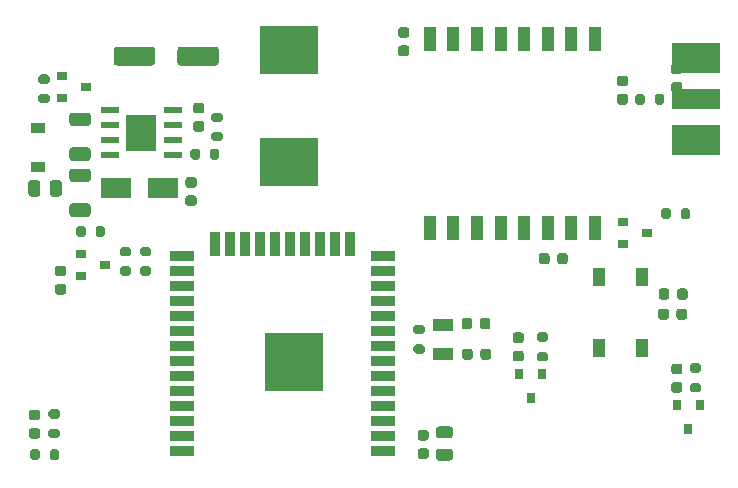
<source format=gbr>
G04 #@! TF.GenerationSoftware,KiCad,Pcbnew,(5.1.7)-1*
G04 #@! TF.CreationDate,2020-11-22T23:18:21+01:00*
G04 #@! TF.ProjectId,lora,6c6f7261-2e6b-4696-9361-645f70636258,rev?*
G04 #@! TF.SameCoordinates,Original*
G04 #@! TF.FileFunction,Paste,Top*
G04 #@! TF.FilePolarity,Positive*
%FSLAX46Y46*%
G04 Gerber Fmt 4.6, Leading zero omitted, Abs format (unit mm)*
G04 Created by KiCad (PCBNEW (5.1.7)-1) date 2020-11-22 23:18:21*
%MOMM*%
%LPD*%
G01*
G04 APERTURE LIST*
%ADD10R,4.190000X2.665000*%
%ADD11R,4.190000X1.780000*%
%ADD12R,2.500000X1.800000*%
%ADD13R,1.200000X0.900000*%
%ADD14R,4.950000X4.100000*%
%ADD15R,0.800000X0.900000*%
%ADD16R,0.900000X0.800000*%
%ADD17R,1.000000X1.500000*%
%ADD18R,2.600000X3.100000*%
%ADD19R,1.550000X0.600000*%
%ADD20R,5.000000X5.000000*%
%ADD21R,2.000000X0.900000*%
%ADD22R,0.900000X2.000000*%
%ADD23R,1.000000X2.000000*%
%ADD24R,1.800000X1.000000*%
G04 APERTURE END LIST*
D10*
X227838000Y-102992500D03*
D11*
X227838000Y-99500000D03*
D10*
X227838000Y-96007500D03*
G36*
G01*
X185350000Y-107000000D02*
X184850000Y-107000000D01*
G75*
G02*
X184625000Y-106775000I0J225000D01*
G01*
X184625000Y-106325000D01*
G75*
G02*
X184850000Y-106100000I225000J0D01*
G01*
X185350000Y-106100000D01*
G75*
G02*
X185575000Y-106325000I0J-225000D01*
G01*
X185575000Y-106775000D01*
G75*
G02*
X185350000Y-107000000I-225000J0D01*
G01*
G37*
G36*
G01*
X185350000Y-108550000D02*
X184850000Y-108550000D01*
G75*
G02*
X184625000Y-108325000I0J225000D01*
G01*
X184625000Y-107875000D01*
G75*
G02*
X184850000Y-107650000I225000J0D01*
G01*
X185350000Y-107650000D01*
G75*
G02*
X185575000Y-107875000I0J-225000D01*
G01*
X185575000Y-108325000D01*
G75*
G02*
X185350000Y-108550000I-225000J0D01*
G01*
G37*
G36*
G01*
X187450000Y-95300000D02*
X187450000Y-96400000D01*
G75*
G02*
X187200000Y-96650000I-250000J0D01*
G01*
X184200000Y-96650000D01*
G75*
G02*
X183950000Y-96400000I0J250000D01*
G01*
X183950000Y-95300000D01*
G75*
G02*
X184200000Y-95050000I250000J0D01*
G01*
X187200000Y-95050000D01*
G75*
G02*
X187450000Y-95300000I0J-250000D01*
G01*
G37*
G36*
G01*
X182050000Y-95300000D02*
X182050000Y-96400000D01*
G75*
G02*
X181800000Y-96650000I-250000J0D01*
G01*
X178800000Y-96650000D01*
G75*
G02*
X178550000Y-96400000I0J250000D01*
G01*
X178550000Y-95300000D01*
G75*
G02*
X178800000Y-95050000I250000J0D01*
G01*
X181800000Y-95050000D01*
G75*
G02*
X182050000Y-95300000I0J-250000D01*
G01*
G37*
G36*
G01*
X227150000Y-115750000D02*
X227150000Y-116250000D01*
G75*
G02*
X226925000Y-116475000I-225000J0D01*
G01*
X226475000Y-116475000D01*
G75*
G02*
X226250000Y-116250000I0J225000D01*
G01*
X226250000Y-115750000D01*
G75*
G02*
X226475000Y-115525000I225000J0D01*
G01*
X226925000Y-115525000D01*
G75*
G02*
X227150000Y-115750000I0J-225000D01*
G01*
G37*
G36*
G01*
X225600000Y-115750000D02*
X225600000Y-116250000D01*
G75*
G02*
X225375000Y-116475000I-225000J0D01*
G01*
X224925000Y-116475000D01*
G75*
G02*
X224700000Y-116250000I0J225000D01*
G01*
X224700000Y-115750000D01*
G75*
G02*
X224925000Y-115525000I225000J0D01*
G01*
X225375000Y-115525000D01*
G75*
G02*
X225600000Y-115750000I0J-225000D01*
G01*
G37*
G36*
G01*
X205000000Y-129950000D02*
X204500000Y-129950000D01*
G75*
G02*
X204275000Y-129725000I0J225000D01*
G01*
X204275000Y-129275000D01*
G75*
G02*
X204500000Y-129050000I225000J0D01*
G01*
X205000000Y-129050000D01*
G75*
G02*
X205225000Y-129275000I0J-225000D01*
G01*
X205225000Y-129725000D01*
G75*
G02*
X205000000Y-129950000I-225000J0D01*
G01*
G37*
G36*
G01*
X205000000Y-128400000D02*
X204500000Y-128400000D01*
G75*
G02*
X204275000Y-128175000I0J225000D01*
G01*
X204275000Y-127725000D01*
G75*
G02*
X204500000Y-127500000I225000J0D01*
G01*
X205000000Y-127500000D01*
G75*
G02*
X205225000Y-127725000I0J-225000D01*
G01*
X205225000Y-128175000D01*
G75*
G02*
X205000000Y-128400000I-225000J0D01*
G01*
G37*
G36*
G01*
X207025000Y-130100000D02*
X206075000Y-130100000D01*
G75*
G02*
X205825000Y-129850000I0J250000D01*
G01*
X205825000Y-129350000D01*
G75*
G02*
X206075000Y-129100000I250000J0D01*
G01*
X207025000Y-129100000D01*
G75*
G02*
X207275000Y-129350000I0J-250000D01*
G01*
X207275000Y-129850000D01*
G75*
G02*
X207025000Y-130100000I-250000J0D01*
G01*
G37*
G36*
G01*
X207025000Y-128200000D02*
X206075000Y-128200000D01*
G75*
G02*
X205825000Y-127950000I0J250000D01*
G01*
X205825000Y-127450000D01*
G75*
G02*
X206075000Y-127200000I250000J0D01*
G01*
X207025000Y-127200000D01*
G75*
G02*
X207275000Y-127450000I0J-250000D01*
G01*
X207275000Y-127950000D01*
G75*
G02*
X207025000Y-128200000I-250000J0D01*
G01*
G37*
G36*
G01*
X210500000Y-120850000D02*
X210500000Y-121350000D01*
G75*
G02*
X210275000Y-121575000I-225000J0D01*
G01*
X209825000Y-121575000D01*
G75*
G02*
X209600000Y-121350000I0J225000D01*
G01*
X209600000Y-120850000D01*
G75*
G02*
X209825000Y-120625000I225000J0D01*
G01*
X210275000Y-120625000D01*
G75*
G02*
X210500000Y-120850000I0J-225000D01*
G01*
G37*
G36*
G01*
X208950000Y-120850000D02*
X208950000Y-121350000D01*
G75*
G02*
X208725000Y-121575000I-225000J0D01*
G01*
X208275000Y-121575000D01*
G75*
G02*
X208050000Y-121350000I0J225000D01*
G01*
X208050000Y-120850000D01*
G75*
G02*
X208275000Y-120625000I225000J0D01*
G01*
X208725000Y-120625000D01*
G75*
G02*
X208950000Y-120850000I0J-225000D01*
G01*
G37*
G36*
G01*
X203350000Y-95850000D02*
X202850000Y-95850000D01*
G75*
G02*
X202625000Y-95625000I0J225000D01*
G01*
X202625000Y-95175000D01*
G75*
G02*
X202850000Y-94950000I225000J0D01*
G01*
X203350000Y-94950000D01*
G75*
G02*
X203575000Y-95175000I0J-225000D01*
G01*
X203575000Y-95625000D01*
G75*
G02*
X203350000Y-95850000I-225000J0D01*
G01*
G37*
G36*
G01*
X203350000Y-94300000D02*
X202850000Y-94300000D01*
G75*
G02*
X202625000Y-94075000I0J225000D01*
G01*
X202625000Y-93625000D01*
G75*
G02*
X202850000Y-93400000I225000J0D01*
G01*
X203350000Y-93400000D01*
G75*
G02*
X203575000Y-93625000I0J-225000D01*
G01*
X203575000Y-94075000D01*
G75*
G02*
X203350000Y-94300000I-225000J0D01*
G01*
G37*
G36*
G01*
X208000000Y-118750000D02*
X208000000Y-118250000D01*
G75*
G02*
X208225000Y-118025000I225000J0D01*
G01*
X208675000Y-118025000D01*
G75*
G02*
X208900000Y-118250000I0J-225000D01*
G01*
X208900000Y-118750000D01*
G75*
G02*
X208675000Y-118975000I-225000J0D01*
G01*
X208225000Y-118975000D01*
G75*
G02*
X208000000Y-118750000I0J225000D01*
G01*
G37*
G36*
G01*
X209550000Y-118750000D02*
X209550000Y-118250000D01*
G75*
G02*
X209775000Y-118025000I225000J0D01*
G01*
X210225000Y-118025000D01*
G75*
G02*
X210450000Y-118250000I0J-225000D01*
G01*
X210450000Y-118750000D01*
G75*
G02*
X210225000Y-118975000I-225000J0D01*
G01*
X209775000Y-118975000D01*
G75*
G02*
X209550000Y-118750000I0J225000D01*
G01*
G37*
D12*
X178750000Y-107050000D03*
X182750000Y-107050000D03*
D13*
X172150000Y-105250000D03*
X172150000Y-101950000D03*
D14*
X193400000Y-104800000D03*
X193400000Y-95300000D03*
D15*
X228150000Y-125400000D03*
X226250000Y-125400000D03*
X227200000Y-127400000D03*
D16*
X177800000Y-113550000D03*
X175800000Y-114500000D03*
X175800000Y-112600000D03*
D15*
X214800000Y-122800000D03*
X212900000Y-122800000D03*
X213850000Y-124800000D03*
D16*
X174200000Y-97500000D03*
X174200000Y-99400000D03*
X176200000Y-98450000D03*
X223700000Y-110850000D03*
X221700000Y-111800000D03*
X221700000Y-109900000D03*
G36*
G01*
X225980000Y-123450000D02*
X226480000Y-123450000D01*
G75*
G02*
X226705000Y-123675000I0J-225000D01*
G01*
X226705000Y-124125000D01*
G75*
G02*
X226480000Y-124350000I-225000J0D01*
G01*
X225980000Y-124350000D01*
G75*
G02*
X225755000Y-124125000I0J225000D01*
G01*
X225755000Y-123675000D01*
G75*
G02*
X225980000Y-123450000I225000J0D01*
G01*
G37*
G36*
G01*
X225980000Y-121900000D02*
X226480000Y-121900000D01*
G75*
G02*
X226705000Y-122125000I0J-225000D01*
G01*
X226705000Y-122575000D01*
G75*
G02*
X226480000Y-122800000I-225000J0D01*
G01*
X225980000Y-122800000D01*
G75*
G02*
X225755000Y-122575000I0J225000D01*
G01*
X225755000Y-122125000D01*
G75*
G02*
X225980000Y-121900000I225000J0D01*
G01*
G37*
G36*
G01*
X227525000Y-121875000D02*
X228075000Y-121875000D01*
G75*
G02*
X228275000Y-122075000I0J-200000D01*
G01*
X228275000Y-122475000D01*
G75*
G02*
X228075000Y-122675000I-200000J0D01*
G01*
X227525000Y-122675000D01*
G75*
G02*
X227325000Y-122475000I0J200000D01*
G01*
X227325000Y-122075000D01*
G75*
G02*
X227525000Y-121875000I200000J0D01*
G01*
G37*
G36*
G01*
X227525000Y-123525000D02*
X228075000Y-123525000D01*
G75*
G02*
X228275000Y-123725000I0J-200000D01*
G01*
X228275000Y-124125000D01*
G75*
G02*
X228075000Y-124325000I-200000J0D01*
G01*
X227525000Y-124325000D01*
G75*
G02*
X227325000Y-124125000I0J200000D01*
G01*
X227325000Y-123725000D01*
G75*
G02*
X227525000Y-123525000I200000J0D01*
G01*
G37*
G36*
G01*
X226200000Y-117950000D02*
X226200000Y-117450000D01*
G75*
G02*
X226425000Y-117225000I225000J0D01*
G01*
X226875000Y-117225000D01*
G75*
G02*
X227100000Y-117450000I0J-225000D01*
G01*
X227100000Y-117950000D01*
G75*
G02*
X226875000Y-118175000I-225000J0D01*
G01*
X226425000Y-118175000D01*
G75*
G02*
X226200000Y-117950000I0J225000D01*
G01*
G37*
G36*
G01*
X224650000Y-117950000D02*
X224650000Y-117450000D01*
G75*
G02*
X224875000Y-117225000I225000J0D01*
G01*
X225325000Y-117225000D01*
G75*
G02*
X225550000Y-117450000I0J-225000D01*
G01*
X225550000Y-117950000D01*
G75*
G02*
X225325000Y-118175000I-225000J0D01*
G01*
X224875000Y-118175000D01*
G75*
G02*
X224650000Y-117950000I0J225000D01*
G01*
G37*
G36*
G01*
X185500000Y-99800000D02*
X186000000Y-99800000D01*
G75*
G02*
X186225000Y-100025000I0J-225000D01*
G01*
X186225000Y-100475000D01*
G75*
G02*
X186000000Y-100700000I-225000J0D01*
G01*
X185500000Y-100700000D01*
G75*
G02*
X185275000Y-100475000I0J225000D01*
G01*
X185275000Y-100025000D01*
G75*
G02*
X185500000Y-99800000I225000J0D01*
G01*
G37*
G36*
G01*
X185500000Y-101350000D02*
X186000000Y-101350000D01*
G75*
G02*
X186225000Y-101575000I0J-225000D01*
G01*
X186225000Y-102025000D01*
G75*
G02*
X186000000Y-102250000I-225000J0D01*
G01*
X185500000Y-102250000D01*
G75*
G02*
X185275000Y-102025000I0J225000D01*
G01*
X185275000Y-101575000D01*
G75*
G02*
X185500000Y-101350000I225000J0D01*
G01*
G37*
G36*
G01*
X187025000Y-102275000D02*
X187575000Y-102275000D01*
G75*
G02*
X187775000Y-102475000I0J-200000D01*
G01*
X187775000Y-102875000D01*
G75*
G02*
X187575000Y-103075000I-200000J0D01*
G01*
X187025000Y-103075000D01*
G75*
G02*
X186825000Y-102875000I0J200000D01*
G01*
X186825000Y-102475000D01*
G75*
G02*
X187025000Y-102275000I200000J0D01*
G01*
G37*
G36*
G01*
X187025000Y-100625000D02*
X187575000Y-100625000D01*
G75*
G02*
X187775000Y-100825000I0J-200000D01*
G01*
X187775000Y-101225000D01*
G75*
G02*
X187575000Y-101425000I-200000J0D01*
G01*
X187025000Y-101425000D01*
G75*
G02*
X186825000Y-101225000I0J200000D01*
G01*
X186825000Y-100825000D01*
G75*
G02*
X187025000Y-100625000I200000J0D01*
G01*
G37*
G36*
G01*
X187500000Y-103875000D02*
X187500000Y-104425000D01*
G75*
G02*
X187300000Y-104625000I-200000J0D01*
G01*
X186900000Y-104625000D01*
G75*
G02*
X186700000Y-104425000I0J200000D01*
G01*
X186700000Y-103875000D01*
G75*
G02*
X186900000Y-103675000I200000J0D01*
G01*
X187300000Y-103675000D01*
G75*
G02*
X187500000Y-103875000I0J-200000D01*
G01*
G37*
G36*
G01*
X185850000Y-103875000D02*
X185850000Y-104425000D01*
G75*
G02*
X185650000Y-104625000I-200000J0D01*
G01*
X185250000Y-104625000D01*
G75*
G02*
X185050000Y-104425000I0J200000D01*
G01*
X185050000Y-103875000D01*
G75*
G02*
X185250000Y-103675000I200000J0D01*
G01*
X185650000Y-103675000D01*
G75*
G02*
X185850000Y-103875000I0J-200000D01*
G01*
G37*
G36*
G01*
X179275000Y-113650000D02*
X179825000Y-113650000D01*
G75*
G02*
X180025000Y-113850000I0J-200000D01*
G01*
X180025000Y-114250000D01*
G75*
G02*
X179825000Y-114450000I-200000J0D01*
G01*
X179275000Y-114450000D01*
G75*
G02*
X179075000Y-114250000I0J200000D01*
G01*
X179075000Y-113850000D01*
G75*
G02*
X179275000Y-113650000I200000J0D01*
G01*
G37*
G36*
G01*
X179275000Y-112000000D02*
X179825000Y-112000000D01*
G75*
G02*
X180025000Y-112200000I0J-200000D01*
G01*
X180025000Y-112600000D01*
G75*
G02*
X179825000Y-112800000I-200000J0D01*
G01*
X179275000Y-112800000D01*
G75*
G02*
X179075000Y-112600000I0J200000D01*
G01*
X179075000Y-112200000D01*
G75*
G02*
X179275000Y-112000000I200000J0D01*
G01*
G37*
G36*
G01*
X181525000Y-114450000D02*
X180975000Y-114450000D01*
G75*
G02*
X180775000Y-114250000I0J200000D01*
G01*
X180775000Y-113850000D01*
G75*
G02*
X180975000Y-113650000I200000J0D01*
G01*
X181525000Y-113650000D01*
G75*
G02*
X181725000Y-113850000I0J-200000D01*
G01*
X181725000Y-114250000D01*
G75*
G02*
X181525000Y-114450000I-200000J0D01*
G01*
G37*
G36*
G01*
X181525000Y-112800000D02*
X180975000Y-112800000D01*
G75*
G02*
X180775000Y-112600000I0J200000D01*
G01*
X180775000Y-112200000D01*
G75*
G02*
X180975000Y-112000000I200000J0D01*
G01*
X181525000Y-112000000D01*
G75*
G02*
X181725000Y-112200000I0J-200000D01*
G01*
X181725000Y-112600000D01*
G75*
G02*
X181525000Y-112800000I-200000J0D01*
G01*
G37*
G36*
G01*
X174300000Y-114500000D02*
X173800000Y-114500000D01*
G75*
G02*
X173575000Y-114275000I0J225000D01*
G01*
X173575000Y-113825000D01*
G75*
G02*
X173800000Y-113600000I225000J0D01*
G01*
X174300000Y-113600000D01*
G75*
G02*
X174525000Y-113825000I0J-225000D01*
G01*
X174525000Y-114275000D01*
G75*
G02*
X174300000Y-114500000I-225000J0D01*
G01*
G37*
G36*
G01*
X174300000Y-116050000D02*
X173800000Y-116050000D01*
G75*
G02*
X173575000Y-115825000I0J225000D01*
G01*
X173575000Y-115375000D01*
G75*
G02*
X173800000Y-115150000I225000J0D01*
G01*
X174300000Y-115150000D01*
G75*
G02*
X174525000Y-115375000I0J-225000D01*
G01*
X174525000Y-115825000D01*
G75*
G02*
X174300000Y-116050000I-225000J0D01*
G01*
G37*
G36*
G01*
X177825000Y-110425000D02*
X177825000Y-110975000D01*
G75*
G02*
X177625000Y-111175000I-200000J0D01*
G01*
X177225000Y-111175000D01*
G75*
G02*
X177025000Y-110975000I0J200000D01*
G01*
X177025000Y-110425000D01*
G75*
G02*
X177225000Y-110225000I200000J0D01*
G01*
X177625000Y-110225000D01*
G75*
G02*
X177825000Y-110425000I0J-200000D01*
G01*
G37*
G36*
G01*
X176175000Y-110425000D02*
X176175000Y-110975000D01*
G75*
G02*
X175975000Y-111175000I-200000J0D01*
G01*
X175575000Y-111175000D01*
G75*
G02*
X175375000Y-110975000I0J200000D01*
G01*
X175375000Y-110425000D01*
G75*
G02*
X175575000Y-110225000I200000J0D01*
G01*
X175975000Y-110225000D01*
G75*
G02*
X176175000Y-110425000I0J-200000D01*
G01*
G37*
G36*
G01*
X213050000Y-120150000D02*
X212550000Y-120150000D01*
G75*
G02*
X212325000Y-119925000I0J225000D01*
G01*
X212325000Y-119475000D01*
G75*
G02*
X212550000Y-119250000I225000J0D01*
G01*
X213050000Y-119250000D01*
G75*
G02*
X213275000Y-119475000I0J-225000D01*
G01*
X213275000Y-119925000D01*
G75*
G02*
X213050000Y-120150000I-225000J0D01*
G01*
G37*
G36*
G01*
X213050000Y-121700000D02*
X212550000Y-121700000D01*
G75*
G02*
X212325000Y-121475000I0J225000D01*
G01*
X212325000Y-121025000D01*
G75*
G02*
X212550000Y-120800000I225000J0D01*
G01*
X213050000Y-120800000D01*
G75*
G02*
X213275000Y-121025000I0J-225000D01*
G01*
X213275000Y-121475000D01*
G75*
G02*
X213050000Y-121700000I-225000J0D01*
G01*
G37*
G36*
G01*
X214575000Y-120900000D02*
X215125000Y-120900000D01*
G75*
G02*
X215325000Y-121100000I0J-200000D01*
G01*
X215325000Y-121500000D01*
G75*
G02*
X215125000Y-121700000I-200000J0D01*
G01*
X214575000Y-121700000D01*
G75*
G02*
X214375000Y-121500000I0J200000D01*
G01*
X214375000Y-121100000D01*
G75*
G02*
X214575000Y-120900000I200000J0D01*
G01*
G37*
G36*
G01*
X214575000Y-119250000D02*
X215125000Y-119250000D01*
G75*
G02*
X215325000Y-119450000I0J-200000D01*
G01*
X215325000Y-119850000D01*
G75*
G02*
X215125000Y-120050000I-200000J0D01*
G01*
X214575000Y-120050000D01*
G75*
G02*
X214375000Y-119850000I0J200000D01*
G01*
X214375000Y-119450000D01*
G75*
G02*
X214575000Y-119250000I200000J0D01*
G01*
G37*
G36*
G01*
X214550000Y-113250000D02*
X214550000Y-112750000D01*
G75*
G02*
X214775000Y-112525000I225000J0D01*
G01*
X215225000Y-112525000D01*
G75*
G02*
X215450000Y-112750000I0J-225000D01*
G01*
X215450000Y-113250000D01*
G75*
G02*
X215225000Y-113475000I-225000J0D01*
G01*
X214775000Y-113475000D01*
G75*
G02*
X214550000Y-113250000I0J225000D01*
G01*
G37*
G36*
G01*
X216100000Y-113250000D02*
X216100000Y-112750000D01*
G75*
G02*
X216325000Y-112525000I225000J0D01*
G01*
X216775000Y-112525000D01*
G75*
G02*
X217000000Y-112750000I0J-225000D01*
G01*
X217000000Y-113250000D01*
G75*
G02*
X216775000Y-113475000I-225000J0D01*
G01*
X216325000Y-113475000D01*
G75*
G02*
X216100000Y-113250000I0J225000D01*
G01*
G37*
G36*
G01*
X204675000Y-119400000D02*
X204125000Y-119400000D01*
G75*
G02*
X203925000Y-119200000I0J200000D01*
G01*
X203925000Y-118800000D01*
G75*
G02*
X204125000Y-118600000I200000J0D01*
G01*
X204675000Y-118600000D01*
G75*
G02*
X204875000Y-118800000I0J-200000D01*
G01*
X204875000Y-119200000D01*
G75*
G02*
X204675000Y-119400000I-200000J0D01*
G01*
G37*
G36*
G01*
X204675000Y-121050000D02*
X204125000Y-121050000D01*
G75*
G02*
X203925000Y-120850000I0J200000D01*
G01*
X203925000Y-120450000D01*
G75*
G02*
X204125000Y-120250000I200000J0D01*
G01*
X204675000Y-120250000D01*
G75*
G02*
X204875000Y-120450000I0J-200000D01*
G01*
X204875000Y-120850000D01*
G75*
G02*
X204675000Y-121050000I-200000J0D01*
G01*
G37*
G36*
G01*
X173125000Y-129875000D02*
X173125000Y-129325000D01*
G75*
G02*
X173325000Y-129125000I200000J0D01*
G01*
X173725000Y-129125000D01*
G75*
G02*
X173925000Y-129325000I0J-200000D01*
G01*
X173925000Y-129875000D01*
G75*
G02*
X173725000Y-130075000I-200000J0D01*
G01*
X173325000Y-130075000D01*
G75*
G02*
X173125000Y-129875000I0J200000D01*
G01*
G37*
G36*
G01*
X171475000Y-129875000D02*
X171475000Y-129325000D01*
G75*
G02*
X171675000Y-129125000I200000J0D01*
G01*
X172075000Y-129125000D01*
G75*
G02*
X172275000Y-129325000I0J-200000D01*
G01*
X172275000Y-129875000D01*
G75*
G02*
X172075000Y-130075000I-200000J0D01*
G01*
X171675000Y-130075000D01*
G75*
G02*
X171475000Y-129875000I0J200000D01*
G01*
G37*
G36*
G01*
X173225000Y-125750000D02*
X173775000Y-125750000D01*
G75*
G02*
X173975000Y-125950000I0J-200000D01*
G01*
X173975000Y-126350000D01*
G75*
G02*
X173775000Y-126550000I-200000J0D01*
G01*
X173225000Y-126550000D01*
G75*
G02*
X173025000Y-126350000I0J200000D01*
G01*
X173025000Y-125950000D01*
G75*
G02*
X173225000Y-125750000I200000J0D01*
G01*
G37*
G36*
G01*
X173225000Y-127400000D02*
X173775000Y-127400000D01*
G75*
G02*
X173975000Y-127600000I0J-200000D01*
G01*
X173975000Y-128000000D01*
G75*
G02*
X173775000Y-128200000I-200000J0D01*
G01*
X173225000Y-128200000D01*
G75*
G02*
X173025000Y-128000000I0J200000D01*
G01*
X173025000Y-127600000D01*
G75*
G02*
X173225000Y-127400000I200000J0D01*
G01*
G37*
G36*
G01*
X171600000Y-127350000D02*
X172100000Y-127350000D01*
G75*
G02*
X172325000Y-127575000I0J-225000D01*
G01*
X172325000Y-128025000D01*
G75*
G02*
X172100000Y-128250000I-225000J0D01*
G01*
X171600000Y-128250000D01*
G75*
G02*
X171375000Y-128025000I0J225000D01*
G01*
X171375000Y-127575000D01*
G75*
G02*
X171600000Y-127350000I225000J0D01*
G01*
G37*
G36*
G01*
X171600000Y-125800000D02*
X172100000Y-125800000D01*
G75*
G02*
X172325000Y-126025000I0J-225000D01*
G01*
X172325000Y-126475000D01*
G75*
G02*
X172100000Y-126700000I-225000J0D01*
G01*
X171600000Y-126700000D01*
G75*
G02*
X171375000Y-126475000I0J225000D01*
G01*
X171375000Y-126025000D01*
G75*
G02*
X171600000Y-125800000I225000J0D01*
G01*
G37*
G36*
G01*
X172925000Y-99850000D02*
X172375000Y-99850000D01*
G75*
G02*
X172175000Y-99650000I0J200000D01*
G01*
X172175000Y-99250000D01*
G75*
G02*
X172375000Y-99050000I200000J0D01*
G01*
X172925000Y-99050000D01*
G75*
G02*
X173125000Y-99250000I0J-200000D01*
G01*
X173125000Y-99650000D01*
G75*
G02*
X172925000Y-99850000I-200000J0D01*
G01*
G37*
G36*
G01*
X172925000Y-98200000D02*
X172375000Y-98200000D01*
G75*
G02*
X172175000Y-98000000I0J200000D01*
G01*
X172175000Y-97600000D01*
G75*
G02*
X172375000Y-97400000I200000J0D01*
G01*
X172925000Y-97400000D01*
G75*
G02*
X173125000Y-97600000I0J-200000D01*
G01*
X173125000Y-98000000D01*
G75*
G02*
X172925000Y-98200000I-200000J0D01*
G01*
G37*
G36*
G01*
X226550000Y-109475000D02*
X226550000Y-108925000D01*
G75*
G02*
X226750000Y-108725000I200000J0D01*
G01*
X227150000Y-108725000D01*
G75*
G02*
X227350000Y-108925000I0J-200000D01*
G01*
X227350000Y-109475000D01*
G75*
G02*
X227150000Y-109675000I-200000J0D01*
G01*
X226750000Y-109675000D01*
G75*
G02*
X226550000Y-109475000I0J200000D01*
G01*
G37*
G36*
G01*
X224900000Y-109475000D02*
X224900000Y-108925000D01*
G75*
G02*
X225100000Y-108725000I200000J0D01*
G01*
X225500000Y-108725000D01*
G75*
G02*
X225700000Y-108925000I0J-200000D01*
G01*
X225700000Y-109475000D01*
G75*
G02*
X225500000Y-109675000I-200000J0D01*
G01*
X225100000Y-109675000D01*
G75*
G02*
X224900000Y-109475000I0J200000D01*
G01*
G37*
D17*
X219600000Y-120550000D03*
X219600000Y-114550000D03*
X223300000Y-120550000D03*
X223300000Y-114550000D03*
D18*
X180900000Y-102340000D03*
D19*
X183600000Y-104245000D03*
X183600000Y-102975000D03*
X183600000Y-101705000D03*
X183600000Y-100435000D03*
X178200000Y-100435000D03*
X178200000Y-101705000D03*
X178200000Y-102975000D03*
X178200000Y-104245000D03*
D20*
X193850000Y-121755000D03*
D21*
X201350000Y-129255000D03*
X201350000Y-127985000D03*
X201350000Y-126715000D03*
X201350000Y-125445000D03*
X201350000Y-124175000D03*
X201350000Y-122905000D03*
X201350000Y-121635000D03*
X201350000Y-120365000D03*
X201350000Y-119095000D03*
X201350000Y-117825000D03*
X201350000Y-116555000D03*
X201350000Y-115285000D03*
X201350000Y-114015000D03*
X201350000Y-112745000D03*
D22*
X198565000Y-111745000D03*
X197295000Y-111745000D03*
X196025000Y-111745000D03*
X194755000Y-111745000D03*
X193485000Y-111745000D03*
X192215000Y-111745000D03*
X190945000Y-111745000D03*
X189675000Y-111745000D03*
X188405000Y-111745000D03*
X187135000Y-111745000D03*
D21*
X184350000Y-112745000D03*
X184350000Y-114015000D03*
X184350000Y-115285000D03*
X184350000Y-116555000D03*
X184350000Y-117825000D03*
X184350000Y-119095000D03*
X184350000Y-120365000D03*
X184350000Y-121635000D03*
X184350000Y-122905000D03*
X184350000Y-124175000D03*
X184350000Y-125445000D03*
X184350000Y-126715000D03*
X184350000Y-127985000D03*
X184350000Y-129255000D03*
D23*
X205300000Y-110400000D03*
X207300000Y-110400000D03*
X209300000Y-110400000D03*
X211300000Y-110400000D03*
X213300000Y-110400000D03*
X215300000Y-110400000D03*
X217300000Y-110400000D03*
X219300000Y-110400000D03*
X219300000Y-94400000D03*
X217300000Y-94400000D03*
X215300000Y-94400000D03*
X213300000Y-94400000D03*
X211300000Y-94400000D03*
X209300000Y-94400000D03*
X207300000Y-94400000D03*
X205300000Y-94400000D03*
D24*
X206450000Y-118600000D03*
X206450000Y-121100000D03*
G36*
G01*
X175049999Y-103575000D02*
X176350001Y-103575000D01*
G75*
G02*
X176600000Y-103824999I0J-249999D01*
G01*
X176600000Y-104475001D01*
G75*
G02*
X176350001Y-104725000I-249999J0D01*
G01*
X175049999Y-104725000D01*
G75*
G02*
X174800000Y-104475001I0J249999D01*
G01*
X174800000Y-103824999D01*
G75*
G02*
X175049999Y-103575000I249999J0D01*
G01*
G37*
G36*
G01*
X175049999Y-100625000D02*
X176350001Y-100625000D01*
G75*
G02*
X176600000Y-100874999I0J-249999D01*
G01*
X176600000Y-101525001D01*
G75*
G02*
X176350001Y-101775000I-249999J0D01*
G01*
X175049999Y-101775000D01*
G75*
G02*
X174800000Y-101525001I0J249999D01*
G01*
X174800000Y-100874999D01*
G75*
G02*
X175049999Y-100625000I249999J0D01*
G01*
G37*
G36*
G01*
X176350001Y-109475000D02*
X175049999Y-109475000D01*
G75*
G02*
X174800000Y-109225001I0J249999D01*
G01*
X174800000Y-108574999D01*
G75*
G02*
X175049999Y-108325000I249999J0D01*
G01*
X176350001Y-108325000D01*
G75*
G02*
X176600000Y-108574999I0J-249999D01*
G01*
X176600000Y-109225001D01*
G75*
G02*
X176350001Y-109475000I-249999J0D01*
G01*
G37*
G36*
G01*
X176350001Y-106525000D02*
X175049999Y-106525000D01*
G75*
G02*
X174800000Y-106275001I0J249999D01*
G01*
X174800000Y-105624999D01*
G75*
G02*
X175049999Y-105375000I249999J0D01*
G01*
X176350001Y-105375000D01*
G75*
G02*
X176600000Y-105624999I0J-249999D01*
G01*
X176600000Y-106275001D01*
G75*
G02*
X176350001Y-106525000I-249999J0D01*
G01*
G37*
G36*
G01*
X221380000Y-97500000D02*
X221880000Y-97500000D01*
G75*
G02*
X222105000Y-97725000I0J-225000D01*
G01*
X222105000Y-98175000D01*
G75*
G02*
X221880000Y-98400000I-225000J0D01*
G01*
X221380000Y-98400000D01*
G75*
G02*
X221155000Y-98175000I0J225000D01*
G01*
X221155000Y-97725000D01*
G75*
G02*
X221380000Y-97500000I225000J0D01*
G01*
G37*
G36*
G01*
X221380000Y-99050000D02*
X221880000Y-99050000D01*
G75*
G02*
X222105000Y-99275000I0J-225000D01*
G01*
X222105000Y-99725000D01*
G75*
G02*
X221880000Y-99950000I-225000J0D01*
G01*
X221380000Y-99950000D01*
G75*
G02*
X221155000Y-99725000I0J225000D01*
G01*
X221155000Y-99275000D01*
G75*
G02*
X221380000Y-99050000I225000J0D01*
G01*
G37*
G36*
G01*
X225960000Y-98050000D02*
X226460000Y-98050000D01*
G75*
G02*
X226685000Y-98275000I0J-225000D01*
G01*
X226685000Y-98725000D01*
G75*
G02*
X226460000Y-98950000I-225000J0D01*
G01*
X225960000Y-98950000D01*
G75*
G02*
X225735000Y-98725000I0J225000D01*
G01*
X225735000Y-98275000D01*
G75*
G02*
X225960000Y-98050000I225000J0D01*
G01*
G37*
G36*
G01*
X225960000Y-96500000D02*
X226460000Y-96500000D01*
G75*
G02*
X226685000Y-96725000I0J-225000D01*
G01*
X226685000Y-97175000D01*
G75*
G02*
X226460000Y-97400000I-225000J0D01*
G01*
X225960000Y-97400000D01*
G75*
G02*
X225735000Y-97175000I0J225000D01*
G01*
X225735000Y-96725000D01*
G75*
G02*
X225960000Y-96500000I225000J0D01*
G01*
G37*
G36*
G01*
X222700000Y-99775000D02*
X222700000Y-99225000D01*
G75*
G02*
X222900000Y-99025000I200000J0D01*
G01*
X223300000Y-99025000D01*
G75*
G02*
X223500000Y-99225000I0J-200000D01*
G01*
X223500000Y-99775000D01*
G75*
G02*
X223300000Y-99975000I-200000J0D01*
G01*
X222900000Y-99975000D01*
G75*
G02*
X222700000Y-99775000I0J200000D01*
G01*
G37*
G36*
G01*
X224350000Y-99775000D02*
X224350000Y-99225000D01*
G75*
G02*
X224550000Y-99025000I200000J0D01*
G01*
X224950000Y-99025000D01*
G75*
G02*
X225150000Y-99225000I0J-200000D01*
G01*
X225150000Y-99775000D01*
G75*
G02*
X224950000Y-99975000I-200000J0D01*
G01*
X224550000Y-99975000D01*
G75*
G02*
X224350000Y-99775000I0J200000D01*
G01*
G37*
G36*
G01*
X174162500Y-106599999D02*
X174162500Y-107500001D01*
G75*
G02*
X173912501Y-107750000I-249999J0D01*
G01*
X173387499Y-107750000D01*
G75*
G02*
X173137500Y-107500001I0J249999D01*
G01*
X173137500Y-106599999D01*
G75*
G02*
X173387499Y-106350000I249999J0D01*
G01*
X173912501Y-106350000D01*
G75*
G02*
X174162500Y-106599999I0J-249999D01*
G01*
G37*
G36*
G01*
X172337500Y-106599999D02*
X172337500Y-107500001D01*
G75*
G02*
X172087501Y-107750000I-249999J0D01*
G01*
X171562499Y-107750000D01*
G75*
G02*
X171312500Y-107500001I0J249999D01*
G01*
X171312500Y-106599999D01*
G75*
G02*
X171562499Y-106350000I249999J0D01*
G01*
X172087501Y-106350000D01*
G75*
G02*
X172337500Y-106599999I0J-249999D01*
G01*
G37*
M02*

</source>
